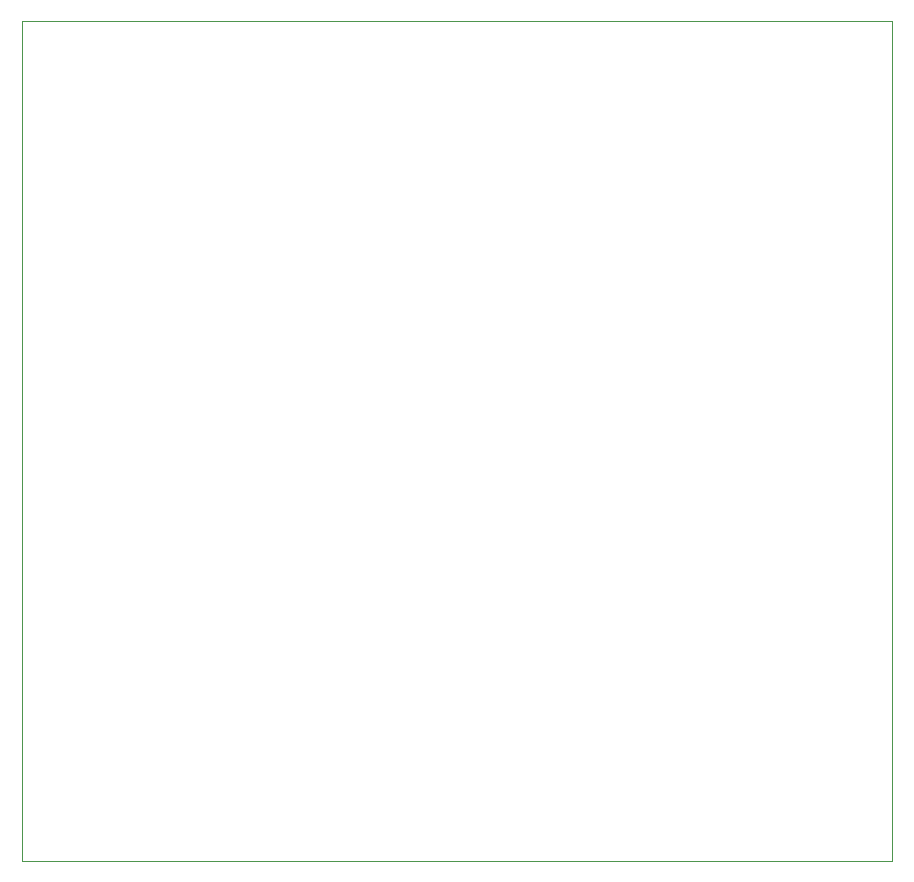
<source format=gbr>
G04 #@! TF.GenerationSoftware,KiCad,Pcbnew,(5.1.5-0)*
G04 #@! TF.CreationDate,2022-06-30T09:19:58+01:00*
G04 #@! TF.ProjectId,ESP32_Cnc_Shield,45535033-325f-4436-9e63-5f536869656c,rev?*
G04 #@! TF.SameCoordinates,Original*
G04 #@! TF.FileFunction,Profile,NP*
%FSLAX46Y46*%
G04 Gerber Fmt 4.6, Leading zero omitted, Abs format (unit mm)*
G04 Created by KiCad (PCBNEW (5.1.5-0)) date 2022-06-30 09:19:58*
%MOMM*%
%LPD*%
G04 APERTURE LIST*
%ADD10C,0.050000*%
G04 APERTURE END LIST*
D10*
X470000Y300000D02*
X74130000Y300000D01*
X470000Y71420000D02*
X470000Y300000D01*
X74130000Y71420000D02*
X470000Y71420000D01*
X74130000Y300000D02*
X74130000Y71420000D01*
M02*

</source>
